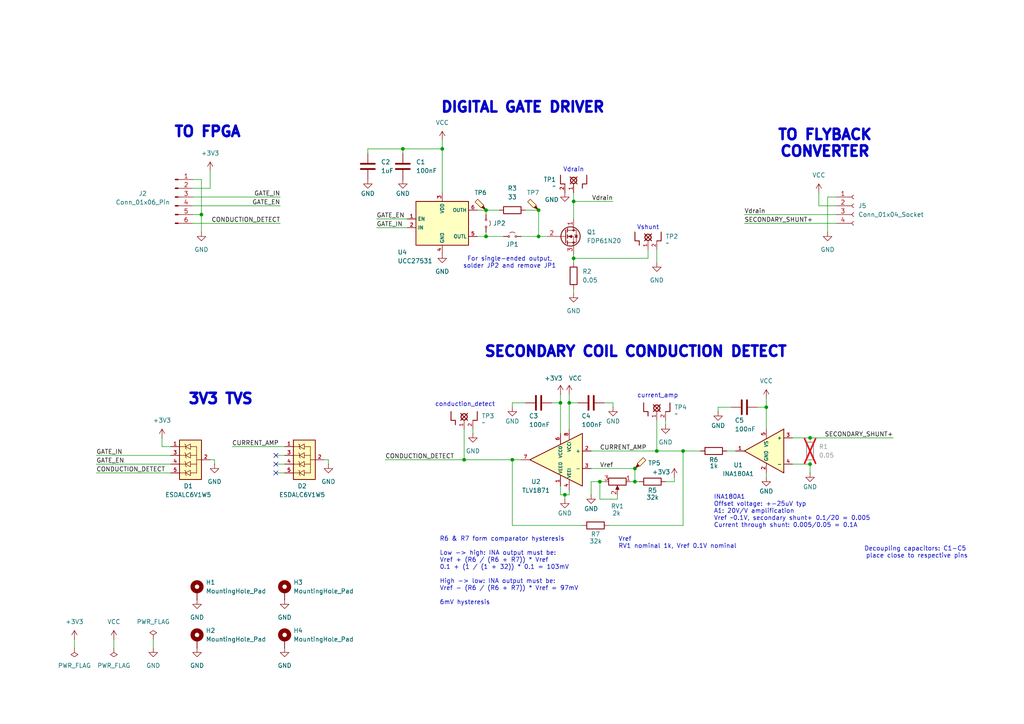
<source format=kicad_sch>
(kicad_sch (version 20231120) (generator "eeschema") (generator_version "8.0")
  (paper "A4")
  (lib_symbols
    (symbol "Connector:Conn_01x04_Socket" (pin_names (offset 1.016) hide)
      (property "Reference" "J" (at 0 5.08 0))
      (property "Value" "Conn_01x04_Socket" (at 0 -7.62 0))
      (symbol "Conn_01x04_Socket_1_1"
        (arc (start 0 -4.572) (mid -0.5058 -5.08) (end 0 -5.588) (stroke (width 0.1524)))
        (arc (start 0 -2.032) (mid -0.5058 -2.54) (end 0 -3.048) (stroke (width 0.1524)))
        (polyline (pts (xy -1.27 -5.08) (xy -0.508 -5.08)) (stroke (width 0.1524)))
        (polyline (pts (xy -1.27 -2.54) (xy -0.508 -2.54)) (stroke (width 0.1524)))
        (polyline (pts (xy -1.27 0) (xy -0.508 0)) (stroke (width 0.1524)))
        (polyline (pts (xy -1.27 2.54) (xy -0.508 2.54)) (stroke (width 0.1524)))
        (arc (start 0 0.508) (mid -0.5058 0) (end 0 -0.508) (stroke (width 0.1524)))
        (arc (start 0 3.048) (mid -0.5058 2.54) (end 0 2.032) (stroke (width 0.1524)))
        (pin passive line (at -5.08 2.54 0) (length 3.81) (name "Pin_1") (number "1"))
        (pin passive line (at -5.08 0 0) (length 3.81) (name "Pin_2") (number "2"))
        (pin passive line (at -5.08 -2.54 0) (length 3.81) (name "Pin_3") (number "3"))
        (pin passive line (at -5.08 -5.08 0) (length 3.81) (name "Pin_4") (number "4"))
      )
    )
    (symbol "Connector:Conn_01x06_Pin" (pin_names (offset 1.016) hide)
      (property "Reference" "J" (at 0 7.62 0))
      (property "Value" "Conn_01x06_Pin" (at 0 -10.16 0))
      (symbol "Conn_01x06_Pin_1_1"
        (polyline (pts (xy 1.27 -7.62) (xy 0.8636 -7.62)) (stroke (width 0.1524)))
        (polyline (pts (xy 1.27 -5.08) (xy 0.8636 -5.08)) (stroke (width 0.1524)))
        (polyline (pts (xy 1.27 -2.54) (xy 0.8636 -2.54)) (stroke (width 0.1524)))
        (polyline (pts (xy 1.27 0) (xy 0.8636 0)) (stroke (width 0.1524)))
        (polyline (pts (xy 1.27 2.54) (xy 0.8636 2.54)) (stroke (width 0.1524)))
        (polyline (pts (xy 1.27 5.08) (xy 0.8636 5.08)) (stroke (width 0.1524)))
        (rectangle (start 0.8636 -7.493) (end 0 -7.747) (stroke (width 0.1524)) (fill (type outline)))
        (rectangle (start 0.8636 -4.953) (end 0 -5.207) (stroke (width 0.1524)) (fill (type outline)))
        (rectangle (start 0.8636 -2.413) (end 0 -2.667) (stroke (width 0.1524)) (fill (type outline)))
        (rectangle (start 0.8636 0.127) (end 0 -0.127) (stroke (width 0.1524)) (fill (type outline)))
        (rectangle (start 0.8636 2.667) (end 0 2.413) (stroke (width 0.1524)) (fill (type outline)))
        (rectangle (start 0.8636 5.207) (end 0 4.953) (stroke (width 0.1524)) (fill (type outline)))
        (pin passive line (at 5.08 5.08 180) (length 3.81) (name "Pin_1") (number "1"))
        (pin passive line (at 5.08 2.54 180) (length 3.81) (name "Pin_2") (number "2"))
        (pin passive line (at 5.08 0 180) (length 3.81) (name "Pin_3") (number "3"))
        (pin passive line (at 5.08 -2.54 180) (length 3.81) (name "Pin_4") (number "4"))
        (pin passive line (at 5.08 -5.08 180) (length 3.81) (name "Pin_5") (number "5"))
        (pin passive line (at 5.08 -7.62 180) (length 3.81) (name "Pin_6") (number "6"))
      )
    )
    (symbol "Connector:TestPoint_Probe" (pin_numbers hide) (pin_names (offset 0.762) hide)
      (property "Reference" "TP" (at 1.651 5.842 0))
      (property "Value" "TestPoint_Probe" (at 1.651 4.064 0))
      (symbol "TestPoint_Probe_0_1"
        (polyline (pts (xy 1.27 0.762) (xy 0 0) (xy 0.762 1.27) (xy 1.27 0.762)) (fill (type outline)))
        (polyline (pts (xy 1.397 0.635) (xy 0.635 1.397) (xy 2.413 3.175) (xy 3.175 2.413) (xy 1.397 0.635)) (fill (type background)))
      )
      (symbol "TestPoint_Probe_1_1"
        (pin passive line (at 0 0 90) (length 0) (name "1") (number "1"))
      )
    )
    (symbol "Device:C" (pin_numbers hide) (pin_names (offset 0.254))
      (property "Reference" "C" (at 0.635 2.54 0))
      (property "Value" "C" (at 0.635 -2.54 0))
      (symbol "C_0_1"
        (polyline (pts (xy -2.032 -0.762) (xy 2.032 -0.762)) (stroke (width 0.508)))
        (polyline (pts (xy -2.032 0.762) (xy 2.032 0.762)) (stroke (width 0.508)))
      )
      (symbol "C_1_1"
        (pin passive line (at 0 3.81 270) (length 2.794) (name "~") (number "1"))
        (pin passive line (at 0 -3.81 90) (length 2.794) (name "~") (number "2"))
      )
    )
    (symbol "Device:R" (pin_numbers hide) (pin_names (offset 0))
      (property "Reference" "R" (at 2.032 0 90))
      (property "Value" "R" (at 0 0 90))
      (symbol "R_0_1"
        (rectangle (start -1.016 -2.54) (end 1.016 2.54) (stroke (width 0.254)))
      )
      (symbol "R_1_1"
        (pin passive line (at 0 3.81 270) (length 1.27) (name "~") (number "1"))
        (pin passive line (at 0 -3.81 90) (length 1.27) (name "~") (number "2"))
      )
    )
    (symbol "Device:R_Potentiometer" (pin_names (offset 1.016) hide)
      (property "Reference" "RV" (at -4.445 0 90))
      (property "Value" "R_Potentiometer" (at -2.54 0 90))
      (symbol "R_Potentiometer_0_1"
        (polyline (pts (xy 2.54 0) (xy 1.524 0)))
        (polyline (pts (xy 1.143 0) (xy 2.286 0.508) (xy 2.286 -0.508) (xy 1.143 0)) (fill (type outline)))
        (rectangle (start 1.016 2.54) (end -1.016 -2.54) (stroke (width 0.254)))
      )
      (symbol "R_Potentiometer_1_1"
        (pin passive line (at 0 3.81 270) (length 1.27) (name "1") (number "1"))
        (pin passive line (at 3.81 0 180) (length 1.27) (name "2") (number "2"))
        (pin passive line (at 0 -3.81 90) (length 1.27) (name "3") (number "3"))
      )
    )
    (symbol "ESDALC6V1W5_1" (pin_names (offset 1.016))
      (property "Reference" "D9" (at 0.635 10.16 0))
      (property "Value" "ESDALC6V1W5" (at 0.635 7.62 0))
      (symbol "ESDALC6V1W5_1_0_0"
        (rectangle (start -2.54 5.715) (end 3.81 -5.715) (stroke (width 0.254)) (fill (type background)))
        (pin passive line (at -5.08 3.81 0) (length 2.54) (name "~") (number "1"))
        (pin passive line (at 6.35 0 180) (length 2.54) (name "~") (number "2"))
      )
      (symbol "ESDALC6V1W5_1_0_1"
        (polyline (pts (xy 2.413 3.81) (xy 2.413 -3.81)))
      )
      (symbol "ESDALC6V1W5_1_1_0"
        (polyline (pts (xy -2.54 -3.81) (xy -0.762 -3.81)) (stroke (width 0.15)))
        (polyline (pts (xy -2.54 -1.27) (xy -0.762 -1.27)) (stroke (width 0.15)))
        (polyline (pts (xy -2.54 1.27) (xy -0.762 1.27)) (stroke (width 0.15)))
        (polyline (pts (xy -2.54 3.81) (xy -0.762 3.81)) (stroke (width 0.15)))
        (polyline (pts (xy -1.016 -3.048) (xy -0.762 -3.302)) (stroke (width 0.15)))
        (polyline (pts (xy -1.016 -0.508) (xy -0.762 -0.762)) (stroke (width 0.15)))
        (polyline (pts (xy -1.016 2.032) (xy -0.762 1.778)) (stroke (width 0.15)))
        (polyline (pts (xy -1.016 4.572) (xy -0.762 4.318)) (stroke (width 0.15)))
        (polyline (pts (xy -0.762 -4.318) (xy -0.762 -3.81)) (stroke (width 0.15)))
        (polyline (pts (xy -0.762 -3.81) (xy 0.635 -4.572)) (stroke (width 0.15)))
        (polyline (pts (xy -0.762 -3.302) (xy -0.762 -3.81)) (stroke (width 0.15)))
        (polyline (pts (xy -0.762 -1.778) (xy -0.762 -1.27)) (stroke (width 0.15)))
        (polyline (pts (xy -0.762 -1.27) (xy 0.635 -2.032)) (stroke (width 0.15)))
        (polyline (pts (xy -0.762 -0.762) (xy -0.762 -1.27)) (stroke (width 0.15)))
        (polyline (pts (xy -0.762 0.762) (xy -0.762 1.27)) (stroke (width 0.15)))
        (polyline (pts (xy -0.762 1.27) (xy 0.635 0.508)) (stroke (width 0.15)))
        (polyline (pts (xy -0.762 1.778) (xy -0.762 1.27)) (stroke (width 0.15)))
        (polyline (pts (xy -0.762 3.302) (xy -0.762 3.81)) (stroke (width 0.15)))
        (polyline (pts (xy -0.762 3.81) (xy 0.635 3.048)) (stroke (width 0.15)))
        (polyline (pts (xy -0.762 4.318) (xy -0.762 3.81)) (stroke (width 0.15)))
        (polyline (pts (xy -0.508 -4.572) (xy -0.762 -4.318)) (stroke (width 0.15)))
        (polyline (pts (xy -0.508 -2.032) (xy -0.762 -1.778)) (stroke (width 0.15)))
        (polyline (pts (xy -0.508 0.508) (xy -0.762 0.762)) (stroke (width 0.15)))
        (polyline (pts (xy -0.508 3.048) (xy -0.762 3.302)) (stroke (width 0.15)))
        (polyline (pts (xy 0.635 -4.572) (xy 0.635 -3.81)) (stroke (width 0.15)))
        (polyline (pts (xy 0.635 -3.81) (xy 0.635 -3.048)) (stroke (width 0.15)))
        (polyline (pts (xy 0.635 -3.81) (xy 2.413 -3.81)) (stroke (width 0.15)))
        (polyline (pts (xy 0.635 -3.048) (xy -0.762 -3.81)) (stroke (width 0.15)))
        (polyline (pts (xy 0.635 -2.032) (xy 0.635 -1.27)) (stroke (width 0.15)))
        (polyline (pts (xy 0.635 -1.27) (xy 0.635 -0.508)) (stroke (width 0.15)))
        (polyline (pts (xy 0.635 -1.27) (xy 2.413 -1.27)) (stroke (width 0.15)))
        (polyline (pts (xy 0.635 -0.508) (xy -0.762 -1.27)) (stroke (width 0.15)))
        (polyline (pts (xy 0.635 0.508) (xy 0.635 1.27)) (stroke (width 0.15)))
        (polyline (pts (xy 0.635 1.27) (xy 0.635 2.032)) (stroke (width 0.15)))
        (polyline (pts (xy 0.635 1.27) (xy 2.413 1.27)) (stroke (width 0.15)))
        (polyline (pts (xy 0.635 2.032) (xy -0.762 1.27)) (stroke (width 0.15)))
        (polyline (pts (xy 0.635 3.048) (xy 0.635 3.81)) (stroke (width 0.15)))
        (polyline (pts (xy 0.635 3.81) (xy 0.635 4.572)) (stroke (width 0.15)))
        (polyline (pts (xy 0.635 3.81) (xy 2.413 3.81)) (stroke (width 0.15)))
        (polyline (pts (xy 0.635 4.572) (xy -0.762 3.81)) (stroke (width 0.15)))
        (polyline (pts (xy 3.81 0) (xy 2.413 0)) (stroke (width 0.15)))
        (pin passive line (at -5.08 1.27 0) (length 2.54) (name "~") (number "3"))
        (pin passive line (at -5.08 -1.27 0) (length 2.54) (name "~") (number "4"))
        (pin passive line (at -5.08 -3.81 0) (length 2.54) (name "~") (number "5"))
      )
    )
    (symbol "Jumper:Jumper_2_Small_Open" (pin_numbers hide) (pin_names (offset 0) hide) (exclude_from_sim yes)
      (property "Reference" "JP" (at 0 2.794 0))
      (property "Value" "Jumper_2_Small_Open" (at 0 -2.286 0))
      (symbol "Jumper_2_Small_Open_0_0"
        (circle (center -1.016 0) (radius 0.254))
        (circle (center 1.016 0) (radius 0.254))
      )
      (symbol "Jumper_2_Small_Open_0_1"
        (arc (start 0.762 1.0196) (mid 0 1.2729) (end -0.762 1.0196))
      )
      (symbol "Jumper_2_Small_Open_1_1"
        (pin passive line (at -2.54 0 0) (length 1.27) (name "A") (number "1"))
        (pin passive line (at 2.54 0 180) (length 1.27) (name "B") (number "2"))
      )
    )
    (symbol "Mechanical:MountingHole_Pad" (pin_numbers hide) (pin_names (offset 1.016) hide) (exclude_from_sim yes) (in_bom no)
      (property "Reference" "H" (at 0 6.35 0))
      (property "Value" "MountingHole_Pad" (at 0 4.445 0))
      (symbol "MountingHole_Pad_0_1"
        (circle (center 0 1.27) (radius 1.27) (stroke (width 1.27)))
      )
      (symbol "MountingHole_Pad_1_1"
        (pin input line (at 0 -2.54 90) (length 2.54) (name "1") (number "1"))
      )
    )
    (symbol "TP_SCOPE_1"
      (property "Reference" "TP" (at 0 8.89 0))
      (symbol "TP_SCOPE_1_0_1"
        (polyline (pts (xy 2.54 2.54) (xy 3.81 2.54) (xy 3.81 5.08)) (stroke (width 0.254)))
        (polyline (pts (xy -2.54 1.27) (xy -2.54 2.54) (xy -3.81 2.54) (xy -3.81 5.08)) (stroke (width 0.254)))
      )
      (symbol "TP_SCOPE_1_1_1"
        (polyline (pts (xy -1.016 2.54) (xy 1.016 4.572)) (stroke (width 0.254)))
        (polyline (pts (xy -1.016 4.572) (xy 1.016 2.54)) (stroke (width 0.254)))
        (circle (center 0 3.556) (radius 0.9) (stroke (width 0.3)))
        (pin passive line (at 0 0 90) (length 2.54) (name "") (number "1"))
        (pin passive line (at 2.54 0 90) (length 2.54) (name "") (number "2"))
      )
    )
    (symbol "TP_SCOPE_2"
      (property "Reference" "TP" (at 0 8.89 0))
      (symbol "TP_SCOPE_2_0_1"
        (polyline (pts (xy 2.54 2.54) (xy 3.81 2.54) (xy 3.81 5.08)) (stroke (width 0.254)))
        (polyline (pts (xy -2.54 1.27) (xy -2.54 2.54) (xy -3.81 2.54) (xy -3.81 5.08)) (stroke (width 0.254)))
      )
      (symbol "TP_SCOPE_2_1_1"
        (polyline (pts (xy -1.016 2.54) (xy 1.016 4.572)) (stroke (width 0.254)))
        (polyline (pts (xy -1.016 4.572) (xy 1.016 2.54)) (stroke (width 0.254)))
        (circle (center 0 3.556) (radius 0.9) (stroke (width 0.3)))
        (pin passive line (at 0 0 90) (length 2.54) (name "") (number "1"))
        (pin passive line (at 2.54 0 90) (length 2.54) (name "") (number "2"))
      )
    )
    (symbol "TP_SCOPE_3"
      (property "Reference" "TP" (at 0 8.89 0))
      (symbol "TP_SCOPE_3_0_1"
        (polyline (pts (xy 2.54 2.54) (xy 3.81 2.54) (xy 3.81 5.08)) (stroke (width 0.254)))
        (polyline (pts (xy -2.54 1.27) (xy -2.54 2.54) (xy -3.81 2.54) (xy -3.81 5.08)) (stroke (width 0.254)))
      )
      (symbol "TP_SCOPE_3_1_1"
        (polyline (pts (xy -1.016 2.54) (xy 1.016 4.572)) (stroke (width 0.254)))
        (polyline (pts (xy -1.016 4.572) (xy 1.016 2.54)) (stroke (width 0.254)))
        (circle (center 0 3.556) (radius 0.9) (stroke (width 0.3)))
        (pin passive line (at 0 0 90) (length 2.54) (name "") (number "1"))
        (pin passive line (at 2.54 0 90) (length 2.54) (name "") (number "2"))
      )
    )
    (symbol "digital-gate-driver:FDP61N20" (pin_names hide)
      (property "Reference" "Q" (at 5.842 1.27 0))
      (property "Value" "FDP61N20" (at 5.842 -1.27 0))
      (symbol "FDP61N20_0_1"
        (polyline (pts (xy 0.254 0) (xy -2.54 0)))
        (polyline (pts (xy 0.254 1.905) (xy 0.254 -1.905)) (stroke (width 0.254)))
        (polyline (pts (xy 0.762 -1.27) (xy 0.762 -2.286)) (stroke (width 0.254)))
        (polyline (pts (xy 0.762 0.508) (xy 0.762 -0.508)) (stroke (width 0.254)))
        (polyline (pts (xy 0.762 2.286) (xy 0.762 1.27)) (stroke (width 0.254)))
        (polyline (pts (xy 2.54 2.54) (xy 2.54 1.778)))
        (polyline (pts (xy 2.54 -2.54) (xy 2.54 0) (xy 0.762 0)))
        (polyline (pts (xy 0.762 -1.778) (xy 3.302 -1.778) (xy 3.302 1.778) (xy 0.762 1.778)))
        (polyline (pts (xy 1.016 0) (xy 2.032 0.381) (xy 2.032 -0.381) (xy 1.016 0)) (fill (type outline)))
        (polyline (pts (xy 2.794 0.508) (xy 2.921 0.381) (xy 3.683 0.381) (xy 3.81 0.254)))
        (circle (center 1.651 0) (radius 2.794) (stroke (width 0.254)))
        (circle (center 2.54 -1.778) (radius 0.254) (fill (type outline)))
        (circle (center 2.54 1.778) (radius 0.254) (fill (type outline)))
      )
      (symbol "FDP61N20_1_1"
        (polyline (pts (xy 3.302 0.381) (xy 2.921 -0.254) (xy 3.683 -0.254) (xy 3.302 0.381)) (fill (type outline)))
        (pin passive line (at 2.54 5.08 270) (length 2.54) (name "D") (number "1"))
        (pin input line (at -5.08 0 0) (length 2.54) (name "G") (number "2"))
        (pin passive line (at 2.54 -5.08 90) (length 2.54) (name "S") (number "3"))
      )
    )
    (symbol "digital-gate-driver:INA180A1"
      (property "Reference" "U" (at 4.572 -5.588 0))
      (property "Value" "INA180A1" (at 8.636 -7.62 0))
      (symbol "INA180A1_1_0"
        (pin power_in line (at 0 6.35 270) (length 2.8) (name "VS") (number "5"))
      )
      (symbol "INA180A1_1_1"
        (polyline (pts (xy -5.08 6.35) (xy -5.08 -6.35) (xy 6.35 0) (xy -5.08 6.35)) (stroke (width 0.254)) (fill (type background)))
        (pin output line (at 8.89 0 180) (length 2.54) (name "") (number "1"))
        (pin power_in line (at 0 -6.35 90) (length 2.8) (name "GND") (number "2"))
        (pin input line (at -7.62 3.81 0) (length 2.54) (name "+") (number "3"))
        (pin input line (at -7.62 -3.81 0) (length 2.54) (name "-") (number "4"))
      )
    )
    (symbol "digital-gate-driver:TLV1871"
      (property "Reference" "U" (at 3.81 -5.588 0))
      (property "Value" "TLV1871" (at 7.366 -7.62 0))
      (symbol "TLV1871_1_1"
        (polyline (pts (xy -6.35 7.62) (xy -6.35 -7.62) (xy 8.89 0) (xy -6.35 7.62)) (stroke (width 0.254)) (fill (type background)))
        (pin power_in line (at 0 -7.62 90) (length 3) (name "VEEO") (number "1"))
        (pin input line (at -8.89 2.54 0) (length 2.54) (name "+") (number "2"))
        (pin input line (at -8.89 -2.54 0) (length 2.54) (name "-") (number "3"))
        (pin power_in line (at -2.54 -8.89 90) (length 3) (name "VEEI") (number "4"))
        (pin power_in line (at 0 7.62 270) (length 3) (name "VCCO") (number "6"))
        (pin output line (at 11.43 0 180) (length 2.54) (name "") (number "7"))
        (pin power_in line (at -2.54 8.89 270) (length 3) (name "VCCI") (number "8"))
      )
    )
    (symbol "digital-gate-driver:TP_SCOPE"
      (property "Reference" "TP" (at 0 8.89 0))
      (symbol "TP_SCOPE_0_1"
        (polyline (pts (xy 2.54 2.54) (xy 3.81 2.54) (xy 3.81 5.08)) (stroke (width 0.254)))
        (polyline (pts (xy -2.54 1.27) (xy -2.54 2.54) (xy -3.81 2.54) (xy -3.81 5.08)) (stroke (width 0.254)))
      )
      (symbol "TP_SCOPE_1_1"
        (polyline (pts (xy -1.016 2.54) (xy 1.016 4.572)) (stroke (width 0.254)))
        (polyline (pts (xy -1.016 4.572) (xy 1.016 2.54)) (stroke (width 0.254)))
        (circle (center 0 3.556) (radius 0.9) (stroke (width 0.3)))
        (pin passive line (at 0 0 90) (length 2.54) (name "") (number "1"))
        (pin passive line (at 2.54 0 90) (length 2.54) (name "") (number "2"))
      )
    )
    (symbol "digital-gate-driver:UCC27531"
      (property "Reference" "U" (at 3.556 -7.62 0))
      (property "Value" "UCC27531" (at 7.366 -9.652 0))
      (symbol "UCC27531_1_1"
        (rectangle (start -7.62 6.35) (end 7.62 -6.35) (stroke (width 0.254)) (fill (type background)))
        (pin input line (at -10.16 1.27 0) (length 2.54) (name "EN") (number "1"))
        (pin input line (at -10.16 -1.27 0) (length 2.54) (name "IN") (number "2"))
        (pin power_in line (at 0 8.89 270) (length 2.54) (name "VDD") (number "3"))
        (pin power_in line (at 0 -8.89 90) (length 2.54) (name "GND") (number "4"))
        (pin power_out line (at 10.16 -3.81 180) (length 2.54) (name "OUTL") (number "5"))
        (pin power_out line (at 10.16 3.81 180) (length 2.54) (name "OUTH") (number "6"))
      )
    )
    (symbol "power:+3V3" (power) (pin_numbers hide) (pin_names (offset 0) hide)
      (property "Value" "+3V3" (at 0 3.556 0))
      (symbol "+3V3_0_1"
        (polyline (pts (xy -0.762 1.27) (xy 0 2.54)))
        (polyline (pts (xy 0 0) (xy 0 2.54)))
        (polyline (pts (xy 0 2.54) (xy 0.762 1.27)))
      )
      (symbol "+3V3_1_1"
        (pin power_in line (at 0 0 90) (length 0) (name "~") (number "1"))
      )
    )
    (symbol "power:GND" (power) (pin_numbers hide) (pin_names (offset 0) hide)
      (property "Value" "GND" (at 0 -3.81 0))
      (symbol "GND_0_1"
        (polyline (pts (xy 0 0) (xy 0 -1.27) (xy 1.27 -1.27) (xy 0 -2.54) (xy -1.27 -1.27) (xy 0 -1.27)))
      )
      (symbol "GND_1_1"
        (pin power_in line (at 0 0 270) (length 0) (name "~") (number "1"))
      )
    )
    (symbol "power:PWR_FLAG" (power) (pin_numbers hide) (pin_names (offset 0) hide)
      (property "Value" "PWR_FLAG" (at 0 3.81 0))
      (symbol "PWR_FLAG_0_0"
        (pin power_out line (at 0 0 90) (length 0) (name "~") (number "1"))
      )
      (symbol "PWR_FLAG_0_1"
        (polyline (pts (xy 0 0) (xy 0 1.27) (xy -1.016 1.905) (xy 0 2.54) (xy 1.016 1.905) (xy 0 1.27)))
      )
    )
    (symbol "power:VCC" (power) (pin_numbers hide) (pin_names (offset 0) hide)
      (property "Value" "VCC" (at 0 3.556 0))
      (symbol "VCC_0_1"
        (polyline (pts (xy -0.762 1.27) (xy 0 2.54)))
        (polyline (pts (xy 0 0) (xy 0 2.54)))
        (polyline (pts (xy 0 2.54) (xy 0.762 1.27)))
      )
      (symbol "VCC_1_1"
        (pin power_in line (at 0 0 90) (length 0) (name "~") (number "1"))
      )
    )
  )
  (junction (at 162.56 116.84))
  (junction (at 134.62 133.35))
  (junction (at 140.97 68.58))
  (junction (at 173.99 139.7))
  (junction (at 148.59 133.35))
  (junction (at 165.1 116.84))
  (junction (at 140.97 60.96))
  (junction (at 166.37 74.93))
  (junction (at 198.12 130.81))
  (junction (at 156.21 68.58))
  (junction (at 222.25 118.11))
  (junction (at 163.83 143.51))
  (junction (at 190.5 130.81))
  (junction (at 166.37 58.42))
  (junction (at 156.21 60.96))
  (junction (at 234.95 134.62))
  (junction (at 58.42 62.23))
  (junction (at 184.15 139.7))
  (junction (at 234.95 127))
  (junction (at 128.27 43.18))
  (junction (at 116.84 43.18))
  (junction (at 184.15 135.89))
  (no_connect (at 80.01 137.16))
  (no_connect (at 80.01 134.62))
  (no_connect (at 80.01 132.08))
  (wire (pts (xy 182.88 139.7) (xy 184.15 139.7)))
  (wire (pts (xy 138.43 60.96) (xy 140.97 60.96)))
  (wire (pts (xy 111.76 133.35) (xy 134.62 133.35)))
  (wire (pts (xy 229.87 127) (xy 234.95 127)))
  (wire (pts (xy 165.1 116.84) (xy 165.1 124.46)))
  (wire (pts (xy 55.88 52.07) (xy 58.42 52.07)))
  (wire (pts (xy 215.9 62.23) (xy 242.57 62.23)))
  (wire (pts (xy 222.25 115.57) (xy 222.25 118.11)))
  (wire (pts (xy 173.99 139.7) (xy 175.26 139.7)))
  (wire (pts (xy 166.37 74.93) (xy 166.37 76.2)))
  (wire (pts (xy 156.21 60.96) (xy 156.21 68.58)))
  (wire (pts (xy 33.02 187.96) (xy 33.02 185.42)))
  (wire (pts (xy 60.96 133.35) (xy 62.23 133.35)))
  (wire (pts (xy 190.5 130.81) (xy 198.12 130.81)))
  (wire (pts (xy 210.82 130.81) (xy 213.36 130.81)))
  (wire (pts (xy 176.53 152.4) (xy 198.12 152.4)))
  (wire (pts (xy 27.94 137.16) (xy 49.53 137.16)))
  (wire (pts (xy 166.37 74.93) (xy 166.37 73.66)))
  (wire (pts (xy 219.71 118.11) (xy 222.25 118.11)))
  (wire (pts (xy 137.16 124.46) (xy 137.16 125.73)))
  (wire (pts (xy 140.97 68.58) (xy 146.05 68.58)))
  (wire (pts (xy 203.2 130.81) (xy 198.12 130.81)))
  (wire (pts (xy 27.94 134.62) (xy 49.53 134.62)))
  (wire (pts (xy 134.62 133.35) (xy 148.59 133.35)))
  (wire (pts (xy 151.13 68.58) (xy 156.21 68.58)))
  (wire (pts (xy 27.94 132.08) (xy 49.53 132.08)))
  (wire (pts (xy 162.56 116.84) (xy 162.56 125.73)))
  (wire (pts (xy 166.37 58.42) (xy 177.8 58.42)))
  (wire (pts (xy 49.53 129.54) (xy 46.99 129.54)))
  (wire (pts (xy 162.56 143.51) (xy 163.83 143.51)))
  (wire (pts (xy 229.87 134.62) (xy 234.95 134.62)))
  (wire (pts (xy 106.68 44.45) (xy 106.68 43.18)))
  (wire (pts (xy 237.49 59.69) (xy 237.49 55.88)))
  (wire (pts (xy 163.83 143.51) (xy 165.1 143.51)))
  (wire (pts (xy 109.22 66.04) (xy 118.11 66.04)))
  (wire (pts (xy 93.98 133.35) (xy 95.25 133.35)))
  (wire (pts (xy 55.88 54.61) (xy 60.96 54.61)))
  (wire (pts (xy 190.5 72.39) (xy 190.5 76.2)))
  (wire (pts (xy 148.59 152.4) (xy 148.59 133.35)))
  (wire (pts (xy 193.04 121.92) (xy 193.04 123.19)))
  (wire (pts (xy 140.97 67.31) (xy 140.97 68.58)))
  (wire (pts (xy 128.27 40.64) (xy 128.27 43.18)))
  (wire (pts (xy 179.07 144.78) (xy 179.07 143.51)))
  (wire (pts (xy 187.96 72.39) (xy 187.96 74.93)))
  (wire (pts (xy 160.02 116.84) (xy 162.56 116.84)))
  (wire (pts (xy 184.15 139.7) (xy 185.42 139.7)))
  (wire (pts (xy 60.96 54.61) (xy 60.96 49.53)))
  (wire (pts (xy 208.28 118.11) (xy 212.09 118.11)))
  (wire (pts (xy 156.21 60.96) (xy 152.4 60.96)))
  (wire (pts (xy 222.25 137.16) (xy 222.25 138.43)))
  (wire (pts (xy 167.64 116.84) (xy 165.1 116.84)))
  (wire (pts (xy 21.59 187.96) (xy 21.59 185.42)))
  (wire (pts (xy 177.8 118.11) (xy 177.8 116.84)))
  (wire (pts (xy 148.59 133.35) (xy 151.13 133.35)))
  (wire (pts (xy 55.88 62.23) (xy 58.42 62.23)))
  (wire (pts (xy 173.99 144.78) (xy 173.99 139.7)))
  (wire (pts (xy 58.42 52.07) (xy 58.42 62.23)))
  (wire (pts (xy 106.68 43.18) (xy 116.84 43.18)))
  (wire (pts (xy 198.12 130.81) (xy 198.12 152.4)))
  (wire (pts (xy 208.28 119.38) (xy 208.28 118.11)))
  (wire (pts (xy 58.42 62.23) (xy 58.42 67.31)))
  (wire (pts (xy 166.37 83.82) (xy 166.37 85.09)))
  (wire (pts (xy 134.62 124.46) (xy 134.62 133.35)))
  (wire (pts (xy 171.45 139.7) (xy 173.99 139.7)))
  (wire (pts (xy 222.25 118.11) (xy 222.25 124.46)))
  (wire (pts (xy 166.37 58.42) (xy 166.37 63.5)))
  (wire (pts (xy 215.9 64.77) (xy 242.57 64.77)))
  (wire (pts (xy 162.56 140.97) (xy 162.56 143.51)))
  (wire (pts (xy 148.59 118.11) (xy 148.59 116.84)))
  (wire (pts (xy 171.45 143.51) (xy 171.45 139.7)))
  (wire (pts (xy 67.31 129.54) (xy 82.55 129.54)))
  (wire (pts (xy 95.25 133.35) (xy 95.25 134.62)))
  (wire (pts (xy 156.21 68.58) (xy 158.75 68.58)))
  (wire (pts (xy 138.43 68.58) (xy 140.97 68.58)))
  (wire (pts (xy 55.88 59.69) (xy 81.28 59.69)))
  (wire (pts (xy 116.84 43.18) (xy 116.84 44.45)))
  (wire (pts (xy 190.5 121.92) (xy 190.5 130.81)))
  (wire (pts (xy 80.01 137.16) (xy 82.55 137.16)))
  (wire (pts (xy 55.88 57.15) (xy 81.28 57.15)))
  (wire (pts (xy 80.01 132.08) (xy 82.55 132.08)))
  (wire (pts (xy 166.37 58.42) (xy 166.37 55.88)))
  (wire (pts (xy 165.1 143.51) (xy 165.1 142.24)))
  (wire (pts (xy 234.95 127) (xy 259.08 127)))
  (wire (pts (xy 179.07 144.78) (xy 173.99 144.78)))
  (wire (pts (xy 234.95 134.62) (xy 234.95 137.16)))
  (wire (pts (xy 128.27 43.18) (xy 128.27 55.88)))
  (wire (pts (xy 140.97 60.96) (xy 140.97 62.23)))
  (wire (pts (xy 165.1 114.3) (xy 165.1 116.84)))
  (wire (pts (xy 240.03 57.15) (xy 240.03 67.31)))
  (wire (pts (xy 55.88 64.77) (xy 81.28 64.77)))
  (wire (pts (xy 184.15 139.7) (xy 184.15 135.89)))
  (wire (pts (xy 168.91 152.4) (xy 148.59 152.4)))
  (wire (pts (xy 109.22 63.5) (xy 118.11 63.5)))
  (wire (pts (xy 148.59 116.84) (xy 152.4 116.84)))
  (wire (pts (xy 195.58 139.7) (xy 193.04 139.7)))
  (wire (pts (xy 166.37 74.93) (xy 187.96 74.93)))
  (wire (pts (xy 195.58 138.43) (xy 195.58 139.7)))
  (wire (pts (xy 163.83 144.78) (xy 163.83 143.51)))
  (wire (pts (xy 242.57 57.15) (xy 240.03 57.15)))
  (wire (pts (xy 177.8 116.84) (xy 175.26 116.84)))
  (wire (pts (xy 140.97 60.96) (xy 144.78 60.96)))
  (wire (pts (xy 162.56 114.3) (xy 162.56 116.84)))
  (wire (pts (xy 128.27 43.18) (xy 116.84 43.18)))
  (wire (pts (xy 242.57 59.69) (xy 237.49 59.69)))
  (wire (pts (xy 171.45 135.89) (xy 184.15 135.89)))
  (wire (pts (xy 46.99 129.54) (xy 46.99 127)))
  (wire (pts (xy 80.01 134.62) (xy 82.55 134.62)))
  (wire (pts (xy 44.45 185.42) (xy 44.45 187.96)))
  (wire (pts (xy 171.45 130.81) (xy 190.5 130.81)))
  (wire (pts (xy 62.23 133.35) (xy 62.23 134.62)))
  (text "conduction_detect" (at 134.874 117.348 0) (effects (font (size 1.27 1.27))))
  (text "Decoupling capacitors: C1-C5 \nplace close to respective pins" (at 265.938 160.274 0) (effects (font (size 1.27 1.27))))
  (text "TO FLYBACK\nCONVERTER" (at 239.268 41.656 0) (effects (font (size 3 3) (thickness 0.8) (bold yes))))
  (text "3V3 TVS" (at 64.008 115.824 0) (effects (font (size 3 3) (thickness 0.8) (bold yes))))
  (text "For single-ended output,\nsolder JP2 and remove JP1" (at 147.828 76.2 0) (effects (font (size 1.27 1.27))))
  (text "DIGITAL GATE DRIVER" (at 151.638 31.242 0) (effects (font (size 3 3) (thickness 0.8) (bold yes))))
  (text "INA180A1 \nOffset voltage: +-25uV typ\nA1: 20V/V amplification\nVref ~0.1V, secondary shunt+ 0.1/20 = 0.005\nCurrent through shunt: 0.005/0.05 = 0.1A" (at 207.01 148.336 0) (effects (font (size 1.27 1.27)) (justify left)))
  (text "Vref\nRV1 nominal 1k, Vref 0.1V nominal" (at 179.324 157.48 0) (effects (font (size 1.27 1.27)) (justify left)))
  (text "Vshunt" (at 187.96 66.04 0) (effects (font (size 1.27 1.27))))
  (text "R6 & R7 form comparator hysteresis\n\nLow -> high: INA output must be:\nVref + (R6 / (R6 + R7)) * Vref\n0.1 + (1 / (1 + 32)) * 0.1 = 103mV\n\nHigh -> low: INA output must be:\nVref - (R6 / (R6 + R7)) * Vref = 97mV\n\n6mV hysteresis" (at 127.508 165.608 0) (effects (font (size 1.27 1.27)) (justify left)))
  (text "SECONDARY COIL CONDUCTION DETECT" (at 184.404 102.108 0) (effects (font (size 3 3) (thickness 0.8) (bold yes))))
  (text "current_amp" (at 190.754 114.808 0) (effects (font (size 1.27 1.27))))
  (text "Vdrain" (at 166.37 49.276 0) (effects (font (size 1.27 1.27))))
  (text "TO FPGA" (at 60.198 38.354 0) (effects (font (size 3 3) (thickness 0.8) (bold yes))))
  (label "GATE_IN" (at 81.28 57.15 180))
  (label "SECONDARY_SHUNT+" (at 215.9 64.77 0))
  (label "Vdrain" (at 177.8 58.42 180))
  (label "CURRENT_AMP" (at 67.31 129.54 0))
  (label "Vref" (at 173.99 135.89 0))
  (label "GATE_IN" (at 109.22 66.04 0))
  (label "CONDUCTION_DETECT" (at 81.28 64.77 180))
  (label "GATE_EN" (at 27.94 134.62 0))
  (label "CURRENT_AMP" (at 173.99 130.81 0))
  (label "GATE_IN" (at 27.94 132.08 0))
  (label "Vdrain" (at 215.9 62.23 0))
  (label "CONDUCTION_DETECT" (at 27.94 137.16 0))
  (label "GATE_EN" (at 109.22 63.5 0))
  (label "GATE_EN" (at 81.28 59.69 180))
  (label "SECONDARY_SHUNT+" (at 259.08 127 180))
  (label "CONDUCTION_DETECT" (at 111.76 133.35 0))
  (symbol (lib_id "power:GND") (at 208.28 119.38 0) (unit 1)
    (property "Reference" "#PWR17" (effects (hide yes)))
    (property "Value" "GND" (at 208.28 123.444 0))
    (property "Description" "Power symbol creates a global label with name \"GND\" , ground" (effects (hide yes)))
  )
  (symbol (lib_id "Mechanical:MountingHole_Pad") (at 57.15 185.42 0) (unit 1) (exclude_from_sim yes) (in_bom no)
    (property "Reference" "H2" (at 59.69 182.8799 0) (effects (justify left)))
    (property "Value" "MountingHole_Pad" (at 59.69 185.4199 0) (effects (justify left)))
    (property "Footprint" "MountingHole:MountingHole_2.5mm_Pad_Via" (effects (hide yes)))
    (property "Description" "Mounting Hole with connection" (effects (hide yes)))
  )
  (symbol (lib_name "TP_SCOPE_3") (lib_id "digital-gate-driver:TP_SCOPE") (at 190.5 121.92 0) (unit 1)
    (property "Reference" "TP4" (at 195.58 118.1099 0) (effects (justify left)))
    (property "Value" "~" (at 195.58 120.015 0) (effects (justify left)))
    (property "Footprint" "digital-gate-driver:TP_SCOPE" (effects (hide yes)))
    (property "Description" "Test point for oscilliscope probe with ground pin" (effects (hide yes)))
  )
  (symbol (lib_id "power:GND") (at 44.45 187.96 0) (unit 1)
    (property "Reference" "#PWR4" (effects (hide yes)))
    (property "Value" "GND" (at 44.45 193.04 0))
    (property "Description" "Power symbol creates a global label with name \"GND\" , ground" (effects (hide yes)))
  )
  (symbol (lib_id "Connector:TestPoint_Probe") (at 184.15 135.89 0) (unit 1)
    (property "Reference" "TP5" (at 187.96 134.3024 0) (effects (justify left)))
    (property "Value" "TestPoint_Probe" (effects (hide yes)))
    (property "Footprint" "digital-gate-driver:TP_SMD" (effects (hide yes)))
    (property "Description" "test point (alternative probe-style design)" (effects (hide yes)))
  )
  (symbol (lib_id "power:+3V3") (at 162.56 114.3 0) (unit 1)
    (property "Reference" "#PWR14" (effects (hide yes)))
    (property "Value" "+3V3" (at 160.528 109.728 0))
    (property "Description" "Power symbol creates a global label with name \"+3V3\"" (effects (hide yes)))
  )
  (symbol (lib_id "power:GND") (at 62.23 134.62 0) (unit 1)
    (property "Reference" "#PWR23" (effects (hide yes)))
    (property "Value" "GND" (at 62.23 139.7 0))
    (property "Description" "Power symbol creates a global label with name \"GND\" , ground" (effects (hide yes)))
  )
  (symbol (lib_name "TP_SCOPE_2") (lib_id "digital-gate-driver:TP_SCOPE") (at 187.96 72.39 0) (unit 1)
    (property "Reference" "TP2" (at 193.04 68.5799 0) (effects (justify left)))
    (property "Value" "~" (at 193.04 70.485 0) (effects (justify left)))
    (property "Footprint" "digital-gate-driver:TP_SCOPE" (effects (hide yes)))
    (property "Description" "Test point for oscilliscope probe with ground pin" (effects (hide yes)))
  )
  (symbol (lib_name "ESDALC6V1W5_1") (lib_id "digital-gate-driver:ESDALC6V1W5") (at 87.63 133.35 0) (unit 1)
    (property "Reference" "D2" (at 87.63 140.97 0))
    (property "Value" "ESDALC6V1W5" (at 87.63 143.51 0))
    (property "Footprint" "digital-gate-driver:ESDALC6V1W5" (effects (hide yes)))
    (property "Datasheet" "https://www.st.com/content/ccc/resource/technical/document/datasheet/32/30/02/e6/ac/0f/46/c2/CD00002946.pdf/files/CD00002946.pdf/jcr:content/translations/en.CD00002946.pdf" (effects (hide yes)))
    (property "Description" "Dual Bi-Directional TVS Diode 350W 3-Pin SOT-23 | ON Semiconductor NUP2105LT1G" (effects (hide yes)))
    (property "MFG" "ST" (effects (hide yes)))
    (property "MPN" "ESDALC6V1W5" (effects (hide yes)))
  )
  (symbol (lib_id "power:GND") (at 234.95 137.16 0) (unit 1)
    (property "Reference" "#PWR19" (effects (hide yes)))
    (property "Value" "GND" (at 234.95 141.224 0))
    (property "Description" "Power symbol creates a global label with name \"GND\" , ground" (effects (hide yes)))
  )
  (symbol (lib_id "power:+3V3") (at 195.58 138.43 0) (unit 1)
    (property "Reference" "#PWR21" (effects (hide yes)))
    (property "Value" "+3V3" (at 191.77 136.906 0))
    (property "Description" "Power symbol creates a global label with name \"+3V3\"" (effects (hide yes)))
  )
  (symbol (lib_id "power:GND") (at 148.59 118.11 0) (unit 1)
    (property "Reference" "#PWR8" (effects (hide yes)))
    (property "Value" "GND" (at 148.59 122.174 0))
    (property "Description" "Power symbol creates a global label with name \"GND\" , ground" (effects (hide yes)))
  )
  (symbol (lib_name "TP_SCOPE_1") (lib_id "digital-gate-driver:TP_SCOPE") (at 166.37 55.88 0) (mirror y) (unit 1)
    (property "Reference" "TP1" (at 161.29 52.0699 0) (effects (justify left)))
    (property "Value" "~" (at 161.29 53.975 0) (effects (justify left)))
    (property "Footprint" "digital-gate-driver:TP_SCOPE" (effects (hide yes)))
    (property "Description" "Test point for oscilliscope probe with ground pin" (effects (hide yes)))
  )
  (symbol (lib_id "power:GND") (at 57.15 173.99 0) (unit 1)
    (property "Reference" "#PWR30" (effects (hide yes)))
    (property "Value" "GND" (at 57.15 179.07 0))
    (property "Description" "Power symbol creates a global label with name \"GND\" , ground" (effects (hide yes)))
  )
  (symbol (lib_id "Connector:TestPoint_Probe") (at 156.21 60.96 90) (unit 1)
    (property "Reference" "TP7" (at 154.6225 55.88 90))
    (property "Value" "TestPoint_Probe" (effects (hide yes)))
    (property "Footprint" "digital-gate-driver:TP_SMD" (effects (hide yes)))
    (property "Description" "test point (alternative probe-style design)" (effects (hide yes)))
  )
  (symbol (lib_id "Device:R") (at 234.95 130.81 0) (unit 1) (dnp yes)
    (property "Reference" "R1" (at 237.49 129.5399 0) (effects (justify left)))
    (property "Value" "0.05" (at 237.49 132.0799 0) (effects (justify left)))
    (property "Footprint" "Resistor_SMD:R_1206_3216Metric" (effects (hide yes)))
    (property "Description" "Resistor" (effects (hide yes)))
  )
  (symbol (lib_id "Device:C") (at 171.45 116.84 90) (mirror x) (unit 1)
    (property "Reference" "C4" (at 168.656 120.65 90) (effects (justify right)))
    (property "Value" "100nF" (at 168.656 123.19 90) (effects (justify right)))
    (property "Footprint" "Capacitor_SMD:C_0603_1608Metric" (effects (hide yes)))
    (property "Description" "Unpolarized capacitor" (effects (hide yes)))
  )
  (symbol (lib_id "power:GND") (at 58.42 67.31 0) (unit 1)
    (property "Reference" "#PWR10" (effects (hide yes)))
    (property "Value" "GND" (at 58.42 72.39 0))
    (property "Description" "Power symbol creates a global label with name \"GND\" , ground" (effects (hide yes)))
  )
  (symbol (lib_id "Device:R") (at 172.72 152.4 270) (mirror x) (unit 1)
    (property "Reference" "R7" (at 172.72 154.94 90))
    (property "Value" "32k" (at 170.942 156.972 90) (effects (justify left)))
    (property "Footprint" "Resistor_SMD:R_0603_1608Metric" (effects (hide yes)))
    (property "Description" "Resistor" (effects (hide yes)))
  )
  (symbol (lib_id "Jumper:Jumper_2_Small_Open") (at 140.97 64.77 270) (unit 1) (exclude_from_sim yes)
    (property "Reference" "JP2" (at 143.002 64.77 90) (effects (justify left)))
    (property "Value" "Jumper_2_Small_Open" (effects (hide yes)))
    (property "Footprint" "digital-gate-driver:SolderJumper-2_Open_Hooks0.8x1.8mm" (effects (hide yes)))
    (property "Description" "Jumper, 2-pole, small symbol, open" (effects (hide yes)))
  )
  (symbol (lib_id "digital-gate-driver:FDP61N20") (at 163.83 68.58 0) (unit 1)
    (property "Reference" "Q1" (at 170.18 67.3099 0) (effects (justify left)))
    (property "Value" "FDP61N20" (at 170.18 69.8499 0) (effects (justify left)))
    (property "Footprint" "digital-gate-driver:FDP61N20" (effects (hide yes)))
    (property "Datasheet" "https://www.onsemi.com/pdf/datasheet/fdp61n20-d.pdf" (effects (hide yes)))
    (property "Description" "N-Channel 200 V 61A (Tc) 417W (Tc) Through Hole TO-220-3" (effects (hide yes)))
    (property "MPN" "FDP61N20" (effects (hide yes)))
    (property "MFG" "onsemi" (effects (hide yes)))
  )
  (symbol (lib_id "power:GND") (at 95.25 134.62 0) (unit 1)
    (property "Reference" "#PWR24" (effects (hide yes)))
    (property "Value" "GND" (at 95.25 139.7 0))
    (property "Description" "Power symbol creates a global label with name \"GND\" , ground" (effects (hide yes)))
  )
  (symbol (lib_id "Connector:TestPoint_Probe") (at 140.97 60.96 90) (unit 1)
    (property "Reference" "TP6" (at 139.3825 55.88 90))
    (property "Value" "TestPoint_Probe" (effects (hide yes)))
    (property "Footprint" "digital-gate-driver:TP_SMD" (effects (hide yes)))
    (property "Description" "test point (alternative probe-style design)" (effects (hide yes)))
  )
  (symbol (lib_id "Device:C") (at 106.68 48.26 0) (unit 1)
    (property "Reference" "C2" (at 110.49 46.9899 0) (effects (justify left)))
    (property "Value" "1uF" (at 110.49 49.5299 0) (effects (justify left)))
    (property "Footprint" "Capacitor_SMD:C_0603_1608Metric" (effects (hide yes)))
    (property "Description" "Unpolarized capacitor" (effects (hide yes)))
  )
  (symbol (lib_id "power:VCC") (at 222.25 115.57 0) (unit 1)
    (property "Reference" "#PWR18" (effects (hide yes)))
    (property "Value" "VCC" (at 222.25 110.49 0))
    (property "Description" "Power symbol creates a global label with name \"VCC\"" (effects (hide yes)))
  )
  (symbol (lib_id "Device:R_Potentiometer") (at 179.07 139.7 270) (unit 1)
    (property "Reference" "RV1" (at 179.07 146.812 90))
    (property "Value" "2k" (at 178.816 148.844 90))
    (property "Footprint" "digital-gate-driver:PV36W201C01B00" (effects (hide yes)))
    (property "Description" "Potentiometer" (effects (hide yes)))
  )
  (symbol (lib_id "power:GND") (at 163.83 144.78 0) (unit 1)
    (property "Reference" "#PWR12" (effects (hide yes)))
    (property "Value" "GND" (at 163.83 148.844 0))
    (property "Description" "Power symbol creates a global label with name \"GND\" , ground" (effects (hide yes)))
  )
  (symbol (lib_id "Jumper:Jumper_2_Small_Open") (at 148.59 68.58 0) (unit 1) (exclude_from_sim yes)
    (property "Reference" "JP1" (at 148.59 70.866 0))
    (property "Value" "Jumper_2_Small_Open" (effects (hide yes)))
    (property "Footprint" "digital-gate-driver:SolderJumper-2_Open_Hooks0.8x1.8mm" (effects (hide yes)))
    (property "Description" "Jumper, 2-pole, small symbol, open" (effects (hide yes)))
  )
  (symbol (lib_id "power:GND") (at 106.68 52.07 0) (unit 1)
    (property "Reference" "#PWR2" (effects (hide yes)))
    (property "Value" "GND" (at 106.68 56.134 0))
    (property "Description" "Power symbol creates a global label with name \"GND\" , ground" (effects (hide yes)))
  )
  (symbol (lib_id "power:VCC") (at 237.49 55.88 0) (unit 1)
    (property "Reference" "#PWR34" (effects (hide yes)))
    (property "Value" "VCC" (at 237.49 50.8 0))
    (property "Description" "Power symbol creates a global label with name \"VCC\"" (effects (hide yes)))
  )
  (symbol (lib_id "power:GND") (at 190.5 76.2 0) (unit 1)
    (property "Reference" "#PWR26" (effects (hide yes)))
    (property "Value" "GND" (at 190.5 81.28 0))
    (property "Description" "Power symbol creates a global label with name \"GND\" , ground" (effects (hide yes)))
  )
  (symbol (lib_id "Device:C") (at 215.9 118.11 90) (mirror x) (unit 1)
    (property "Reference" "C5" (at 213.106 121.92 90) (effects (justify right)))
    (property "Value" "100nF" (at 213.106 124.46 90) (effects (justify right)))
    (property "Footprint" "Capacitor_SMD:C_0603_1608Metric" (effects (hide yes)))
    (property "Description" "Unpolarized capacitor" (effects (hide yes)))
  )
  (symbol (lib_id "digital-gate-driver:TLV1871") (at 162.56 133.35 0) (mirror y) (unit 1)
    (property "Reference" "U2" (at 155.448 139.7 0))
    (property "Value" "TLV1871" (at 155.448 142.24 0))
    (property "Footprint" "digital-gate-driver:TLV1871DDFR" (effects (hide yes)))
    (property "Datasheet" "https://www.ti.com/lit/ds/symlink/tlv1871.pdf" (effects (hide yes)))
    (property "Description" "Comparator General Purpose Push-Pull, Rail-to-Rail TSOT-23-8" (effects (hide yes)))
    (property "MPN" "TLV1871DDFR" (effects (hide yes)))
    (property "MFG" "TI" (effects (hide yes)))
  )
  (symbol (lib_id "Device:C") (at 116.84 48.26 0) (unit 1)
    (property "Reference" "C1" (at 120.65 46.9899 0) (effects (justify left)))
    (property "Value" "100nF" (at 120.65 49.5299 0) (effects (justify left)))
    (property "Footprint" "Capacitor_SMD:C_0603_1608Metric" (effects (hide yes)))
    (property "Description" "Unpolarized capacitor" (effects (hide yes)))
  )
  (symbol (lib_id "power:+3V3") (at 60.96 49.53 0) (unit 1)
    (property "Reference" "#PWR9" (effects (hide yes)))
    (property "Value" "+3V3" (at 60.96 44.45 0))
    (property "Description" "Power symbol creates a global label with name \"+3V3\"" (effects (hide yes)))
  )
  (symbol (lib_id "power:GND") (at 137.16 125.73 0) (unit 1)
    (property "Reference" "#PWR29" (effects (hide yes)))
    (property "Value" "GND" (at 137.16 130.81 0))
    (property "Description" "Power symbol creates a global label with name \"GND\" , ground" (effects (hide yes)))
  )
  (symbol (lib_id "Device:R") (at 189.23 139.7 270) (mirror x) (unit 1)
    (property "Reference" "R5" (at 189.23 142.24 90))
    (property "Value" "32k" (at 187.452 144.272 90) (effects (justify left)))
    (property "Footprint" "Resistor_SMD:R_0603_1608Metric" (effects (hide yes)))
    (property "Description" "Resistor" (effects (hide yes)))
  )
  (symbol (lib_id "power:PWR_FLAG") (at 44.45 185.42 0) (unit 1)
    (property "Reference" "#FLG1" (effects (hide yes)))
    (property "Value" "PWR_FLAG" (at 44.45 180.34 0))
    (property "Description" "Special symbol for telling ERC where power comes from" (effects (hide yes)))
  )
  (symbol (lib_id "power:GND") (at 82.55 187.96 0) (unit 1)
    (property "Reference" "#PWR33" (effects (hide yes)))
    (property "Value" "GND" (at 82.55 193.04 0))
    (property "Description" "Power symbol creates a global label with name \"GND\" , ground" (effects (hide yes)))
  )
  (symbol (lib_id "power:GND") (at 193.04 123.19 0) (unit 1)
    (property "Reference" "#PWR28" (effects (hide yes)))
    (property "Value" "GND" (at 193.04 128.27 0))
    (property "Description" "Power symbol creates a global label with name \"GND\" , ground" (effects (hide yes)))
  )
  (symbol (lib_id "Connector:Conn_01x04_Socket") (at 247.65 59.69 0) (unit 1)
    (property "Reference" "J5" (at 248.92 59.6899 0) (effects (justify left)))
    (property "Value" "Conn_01x04_Socket" (at 248.92 62.2299 0) (effects (justify left)))
    (property "Footprint" "digital-gate-driver:MOLEX_436500418" (effects (hide yes)))
    (property "Description" "Generic connector, single row, 01x04, script generated" (effects (hide yes)))
  )
  (symbol (lib_id "power:VCC") (at 33.02 185.42 0) (unit 1)
    (property "Reference" "#PWR5" (effects (hide yes)))
    (property "Value" "VCC" (at 33.02 180.34 0))
    (property "Description" "Power symbol creates a global label with name \"VCC\"" (effects (hide yes)))
  )
  (symbol (lib_id "power:GND") (at 171.45 143.51 0) (unit 1)
    (property "Reference" "#PWR22" (effects (hide yes)))
    (property "Value" "GND" (at 171.45 147.574 0))
    (property "Description" "Power symbol creates a global label with name \"GND\" , ground" (effects (hide yes)))
  )
  (symbol (lib_id "power:+3V3") (at 46.99 127 0) (unit 1)
    (property "Reference" "#PWR25" (effects (hide yes)))
    (property "Value" "+3V3" (at 46.99 121.92 0))
    (property "Description" "Power symbol creates a global label with name \"+3V3\"" (effects (hide yes)))
  )
  (symbol (lib_id "digital-gate-driver:INA180A1") (at 222.25 130.81 0) (mirror y) (unit 1)
    (property "Reference" "U1" (at 214.122 134.874 0))
    (property "Value" "INA180A1" (at 214.122 137.414 0))
    (property "Footprint" "digital-gate-driver:INA180A1IDBVR" (effects (hide yes)))
    (property "Datasheet" "https://www.ti.com/lit/ds/symlink/ina180.pdf" (effects (hide yes)))
    (property "Description" "Current Sense Amplifier 1 Circuit Rail-to-Rail SOT-23-5" (effects (hide yes)))
    (property "MPN" "INA180A1IDBVR" (effects (hide yes)))
    (property "MFG" "TI" (effects (hide yes)))
  )
  (symbol (lib_id "power:GND") (at 128.27 73.66 0) (unit 1)
    (property "Reference" "#PWR3" (effects (hide yes)))
    (property "Value" "GND" (at 128.27 78.74 0))
    (property "Description" "Power symbol creates a global label with name \"GND\" , ground" (effects (hide yes)))
  )
  (symbol (lib_name "ESDALC6V1W5_1") (lib_id "digital-gate-driver:ESDALC6V1W5") (at 54.61 133.35 0) (unit 1)
    (property "Reference" "D1" (at 54.61 140.97 0))
    (property "Value" "ESDALC6V1W5" (at 54.61 143.51 0))
    (property "Footprint" "digital-gate-driver:ESDALC6V1W5" (effects (hide yes)))
    (property "Datasheet" "https://www.st.com/content/ccc/resource/technical/document/datasheet/32/30/02/e6/ac/0f/46/c2/CD00002946.pdf/files/CD00002946.pdf/jcr:content/translations/en.CD00002946.pdf" (effects (hide yes)))
    (property "Description" "Dual Bi-Directional TVS Diode 350W 3-Pin SOT-23 | ON Semiconductor NUP2105LT1G" (effects (hide yes)))
    (property "MFG" "ST" (effects (hide yes)))
    (property "MPN" "ESDALC6V1W5" (effects (hide yes)))
  )
  (symbol (lib_id "power:GND") (at 166.37 85.09 0) (unit 1)
    (property "Reference" "#PWR20" (effects (hide yes)))
    (property "Value" "GND" (at 166.37 90.17 0))
    (property "Description" "Power symbol creates a global label with name \"GND\" , ground" (effects (hide yes)))
  )
  (symbol (lib_id "power:GND") (at 57.15 187.96 0) (unit 1)
    (property "Reference" "#PWR31" (effects (hide yes)))
    (property "Value" "GND" (at 57.15 193.04 0))
    (property "Description" "Power symbol creates a global label with name \"GND\" , ground" (effects (hide yes)))
  )
  (symbol (lib_id "digital-gate-driver:UCC27531") (at 128.27 64.77 0) (unit 1)
    (property "Reference" "U4" (at 115.316 73.152 0) (effects (justify left)))
    (property "Value" "UCC27531" (at 115.316 75.692 0) (effects (justify left)))
    (property "Footprint" "digital-gate-driver:UCC2753DBVT" (effects (hide yes)))
    (property "Datasheet" "https://www.ti.com/lit/ds/symlink/ucc27531.pdf" (effects (hide yes)))
    (property "Description" "Low-Side Gate Driver IC Non-Inverting SOT-23-6" (effects (hide yes)))
    (property "MPN" "UCC27531DBVR" (effects (hide yes)))
    (property "MFG" "TI" (effects (hide yes)))
  )
  (symbol (lib_id "Mechanical:MountingHole_Pad") (at 82.55 171.45 0) (unit 1) (exclude_from_sim yes) (in_bom no)
    (property "Reference" "H3" (at 85.09 168.9099 0) (effects (justify left)))
    (property "Value" "MountingHole_Pad" (at 85.09 171.4499 0) (effects (justify left)))
    (property "Footprint" "MountingHole:MountingHole_2.5mm_Pad_Via" (effects (hide yes)))
    (property "Description" "Mounting Hole with connection" (effects (hide yes)))
  )
  (symbol (lib_id "power:GND") (at 82.55 173.99 0) (unit 1)
    (property "Reference" "#PWR32" (effects (hide yes)))
    (property "Value" "GND" (at 82.55 179.07 0))
    (property "Description" "Power symbol creates a global label with name \"GND\" , ground" (effects (hide yes)))
  )
  (symbol (lib_id "Mechanical:MountingHole_Pad") (at 82.55 185.42 0) (unit 1) (exclude_from_sim yes) (in_bom no)
    (property "Reference" "H4" (at 85.09 182.8799 0) (effects (justify left)))
    (property "Value" "MountingHole_Pad" (at 85.09 185.4199 0) (effects (justify left)))
    (property "Footprint" "MountingHole:MountingHole_2.5mm_Pad_Via" (effects (hide yes)))
    (property "Description" "Mounting Hole with connection" (effects (hide yes)))
  )
  (symbol (lib_id "Device:R") (at 148.59 60.96 90) (unit 1)
    (property "Reference" "R3" (at 148.59 54.61 90))
    (property "Value" "33" (at 148.59 57.15 90))
    (property "Footprint" "digital-gate-driver:THT_SOCKET_RESISTOR" (effects (hide yes)))
    (property "Description" "Resistor" (effects (hide yes)))
  )
  (symbol (lib_id "power:GND") (at 222.25 138.43 0) (unit 1)
    (property "Reference" "#PWR16" (effects (hide yes)))
    (property "Value" "GND" (at 222.25 142.494 0))
    (property "Description" "Power symbol creates a global label with name \"GND\" , ground" (effects (hide yes)))
  )
  (symbol (lib_id "power:GND") (at 177.8 118.11 0) (mirror y) (unit 1)
    (property "Reference" "#PWR13" (effects (hide yes)))
    (property "Value" "GND" (at 177.8 122.174 0))
    (property "Description" "Power symbol creates a global label with name \"GND\" , ground" (effects (hide yes)))
  )
  (symbol (lib_id "power:VCC") (at 128.27 40.64 0) (unit 1)
    (property "Reference" "#PWR6" (effects (hide yes)))
    (property "Value" "VCC" (at 128.27 35.56 0))
    (property "Description" "Power symbol creates a global label with name \"VCC\"" (effects (hide yes)))
  )
  (symbol (lib_id "Device:R") (at 207.01 130.81 90) (mirror x) (unit 1)
    (property "Reference" "R6" (at 207.01 133.35 90))
    (property "Value" "1k" (at 208.28 135.128 90) (effects (justify left)))
    (property "Footprint" "Resistor_SMD:R_0603_1608Metric" (effects (hide yes)))
    (property "Description" "Resistor" (effects (hide yes)))
  )
  (symbol (lib_id "power:PWR_FLAG") (at 21.59 187.96 180) (unit 1)
    (property "Reference" "#FLG3" (effects (hide yes)))
    (property "Value" "PWR_FLAG" (at 21.59 193.04 0))
    (property "Description" "Special symbol for telling ERC where power comes from" (effects (hide yes)))
  )
  (symbol (lib_id "Connector:Conn_01x06_Pin") (at 50.8 57.15 0) (unit 1)
    (property "Reference" "J2" (at 41.402 56.134 0))
    (property "Value" "Conn_01x06_Pin" (at 41.402 58.674 0))
    (property "Footprint" "Connector_PinHeader_2.54mm:PinHeader_1x06_P2.54mm_Vertical" (effects (hide yes)))
    (property "Description" "Generic connector, single row, 01x06, script generated" (effects (hide yes)))
  )
  (symbol (lib_id "power:GND") (at 163.83 55.88 0) (unit 1)
    (property "Reference" "#PWR27" (effects (hide yes)))
    (property "Value" "GND" (at 160.02 57.912 0))
    (property "Description" "Power symbol creates a global label with name \"GND\" , ground" (effects (hide yes)))
  )
  (symbol (lib_id "power:+3V3") (at 21.59 185.42 0) (unit 1)
    (property "Reference" "#PWR7" (effects (hide yes)))
    (property "Value" "+3V3" (at 21.59 180.34 0))
    (property "Description" "Power symbol creates a global label with name \"+3V3\"" (effects (hide yes)))
  )
  (symbol (lib_id "Device:R") (at 166.37 80.01 0) (unit 1)
    (property "Reference" "R2" (at 168.91 78.7399 0) (effects (justify left)))
    (property "Value" "0.05" (at 168.91 81.2799 0) (effects (justify left)))
    (property "Footprint" "Resistor_SMD:R_1206_3216Metric" (effects (hide yes)))
    (property "Description" "Resistor" (effects (hide yes)))
  )
  (symbol (lib_id "power:VCC") (at 165.1 114.3 0) (unit 1)
    (property "Reference" "#PWR15" (effects (hide yes)))
    (property "Value" "VCC" (at 166.878 109.728 0))
    (property "Description" "Power symbol creates a global label with name \"VCC\"" (effects (hide yes)))
  )
  (symbol (lib_id "power:GND") (at 116.84 52.07 0) (unit 1)
    (property "Reference" "#PWR1" (effects (hide yes)))
    (property "Value" "GND" (at 116.84 56.134 0))
    (property "Description" "Power symbol creates a global label with name \"GND\" , ground" (effects (hide yes)))
  )
  (symbol (lib_id "digital-gate-driver:TP_SCOPE") (at 134.62 124.46 0) (unit 1)
    (property "Reference" "TP3" (at 139.7 120.6499 0) (effects (justify left)))
    (property "Value" "~" (at 139.7 122.555 0) (effects (justify left)))
    (property "Footprint" "digital-gate-driver:TP_SCOPE" (effects (hide yes)))
    (property "Description" "Test point for oscilliscope probe with ground pin" (effects (hide yes)))
  )
  (symbol (lib_id "Device:C") (at 156.21 116.84 90) (mirror x) (unit 1)
    (property "Reference" "C3" (at 153.416 120.65 90) (effects (justify right)))
    (property "Value" "100nF" (at 153.416 123.19 90) (effects (justify right)))
    (property "Footprint" "Capacitor_SMD:C_0603_1608Metric" (effects (hide yes)))
    (property "Description" "Unpolarized capacitor" (effects (hide yes)))
  )
  (symbol (lib_id "Mechanical:MountingHole_Pad") (at 57.15 171.45 0) (unit 1) (exclude_from_sim yes) (in_bom no)
    (property "Reference" "H1" (at 59.69 168.9099 0) (effects (justify left)))
    (property "Value" "MountingHole_Pad" (at 59.69 171.4499 0) (effects (justify left)))
    (property "Footprint" "MountingHole:MountingHole_2.5mm_Pad_Via" (effects (hide yes)))
    (property "Description" "Mounting Hole with connection" (effects (hide yes)))
  )
  (symbol (lib_id "power:PWR_FLAG") (at 33.02 187.96 180) (unit 1)
    (property "Reference" "#FLG2" (effects (hide yes)))
    (property "Value" "PWR_FLAG" (at 33.02 193.04 0))
    (property "Description" "Special symbol for telling ERC where power comes from" (effects (hide yes)))
  )
  (symbol (lib_id "power:GND") (at 240.03 67.31 0) (unit 1)
    (property "Reference" "#PWR11" (effects (hide yes)))
    (property "Value" "GND" (at 240.03 72.39 0))
    (property "Description" "Power symbol creates a global label with name \"GND\" , ground" (effects (hide yes)))
  )
)
</source>
